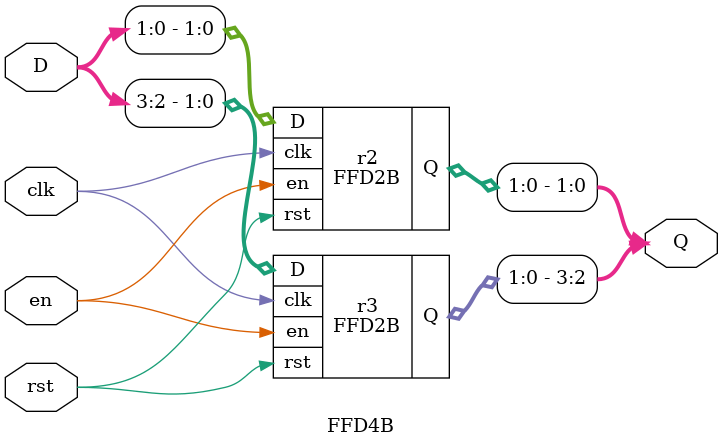
<source format=v>
module FFD1B (input wire clk, rst, en,
            input wire D, 
            output reg Q);
            always @ (posedge clk or posedge rst) begin
            if (rst) begin
            Q <= 1'b0;
            end
            else if(en) begin
            Q <= D;
            end
            end
endmodule

module FFD2B(
      input wire clk, rst, en,
      input wire [1:0]D, 
      output wire [1:0]Q
      );

      FFD1B r0(clk, rst, en, D[0], Q[0]);
      FFD1B r1(clk, rst, en, D[1], Q[1]);

endmodule

module FFD4B(
      input wire clk, rst, en,
      input wire [3:0]D, 
      output wire [3:0]Q
      );

      FFD2B r2(clk, rst, en, D[1:0], Q[1:0]);
      FFD2B r3(clk, rst, en, D[3:2], Q[3:2]);

endmodule
</source>
